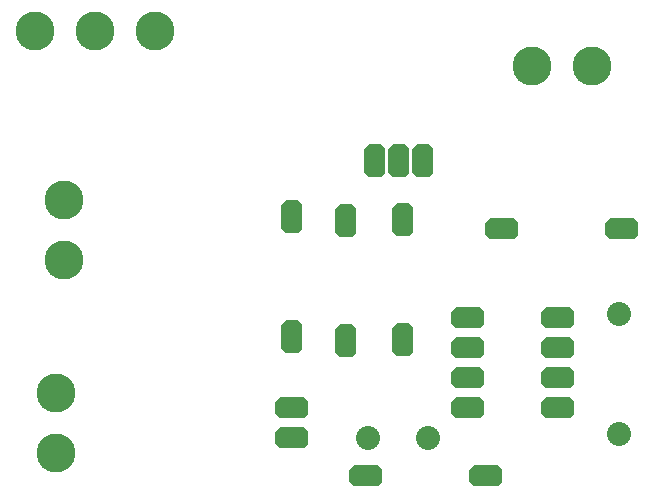
<source format=gbr>
G04 PROTEUS GERBER X2 FILE*
%TF.GenerationSoftware,Labcenter,Proteus,8.13-SP0-Build31525*%
%TF.CreationDate,2025-02-03T13:57:01+00:00*%
%TF.FileFunction,Soldermask,Bot*%
%TF.FilePolarity,Negative*%
%TF.Part,Single*%
%TF.SameCoordinates,{a2927df7-da14-4721-b22e-cf69b3e8405d}*%
%FSLAX45Y45*%
%MOMM*%
G01*
%TA.AperFunction,Material*%
%ADD21C,3.302000*%
%AMPPAD014*
4,1,8,
1.397000,0.509800,
1.397000,-0.509800,
1.017800,-0.889000,
-1.017800,-0.889000,
-1.397000,-0.509800,
-1.397000,0.509800,
-1.017800,0.889000,
1.017800,0.889000,
1.397000,0.509800,
0*%
%TA.AperFunction,Material*%
%ADD22PPAD014*%
%AMPPAD015*
4,1,8,
-0.509800,1.397000,
0.509800,1.397000,
0.889000,1.017800,
0.889000,-1.017800,
0.509800,-1.397000,
-0.509800,-1.397000,
-0.889000,-1.017800,
-0.889000,1.017800,
-0.509800,1.397000,
0*%
%TA.AperFunction,Material*%
%ADD23PPAD015*%
%ADD24C,2.032000*%
%TD.AperFunction*%
D21*
X+1020000Y+2460000D03*
X+1020000Y+2968000D03*
D22*
X+4440000Y+1970000D03*
X+4440000Y+1716000D03*
X+4440000Y+1462000D03*
X+4440000Y+1208000D03*
X+5202000Y+1208000D03*
X+5202000Y+1462000D03*
X+5202000Y+1716000D03*
X+5202000Y+1970000D03*
D23*
X+2950000Y+2830000D03*
X+2950000Y+1814000D03*
D22*
X+2950000Y+960000D03*
X+2950000Y+1214000D03*
D21*
X+950000Y+1340000D03*
X+950000Y+832000D03*
X+1790000Y+4400000D03*
X+1282000Y+4400000D03*
X+774000Y+4400000D03*
D22*
X+4730000Y+2730000D03*
X+5746000Y+2730000D03*
X+4592022Y+637978D03*
X+3576022Y+637978D03*
D24*
X+3592022Y+957978D03*
X+4100022Y+957978D03*
D23*
X+3410000Y+2790000D03*
X+3410000Y+1774000D03*
D24*
X+5720000Y+2010000D03*
X+5720000Y+994000D03*
D23*
X+3890000Y+2800000D03*
X+3890000Y+1784000D03*
X+3650000Y+3300000D03*
X+3853200Y+3300000D03*
X+4056400Y+3300000D03*
D21*
X+5488000Y+4110000D03*
X+4980000Y+4110000D03*
M02*

</source>
